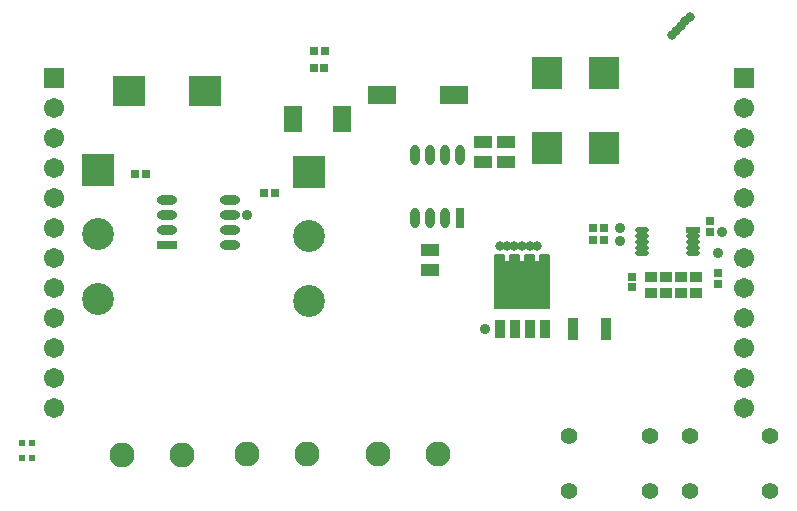
<source format=gbs>
G04*
G04 #@! TF.GenerationSoftware,Altium Limited,Altium Designer,22.4.2 (48)*
G04*
G04 Layer_Color=16711935*
%FSLAX25Y25*%
%MOIN*%
G70*
G04*
G04 #@! TF.SameCoordinates,3CF9D964-3833-4CBE-B755-AF4B9B4EF88F*
G04*
G04*
G04 #@! TF.FilePolarity,Negative*
G04*
G01*
G75*
%ADD22C,0.10642*%
%ADD23R,0.10642X0.10642*%
%ADD24C,0.05524*%
%ADD25C,0.08280*%
%ADD26C,0.06706*%
%ADD27R,0.06706X0.06706*%
%ADD28C,0.03162*%
%ADD59R,0.03162X0.06784*%
%ADD60O,0.03162X0.06784*%
%ADD61C,0.03556*%
%ADD62R,0.09800X0.06300*%
%ADD63R,0.03800X0.07300*%
%ADD64R,0.04540X0.02000*%
%ADD65O,0.04540X0.02000*%
%ADD66O,0.06784X0.03162*%
%ADD67R,0.06784X0.03162*%
%ADD68R,0.10249X0.11036*%
%ADD69R,0.11036X0.10249*%
%ADD70R,0.03600X0.06200*%
%ADD71R,0.06312X0.09068*%
%ADD72R,0.02965X0.02572*%
%ADD73R,0.04343X0.03556*%
%ADD74R,0.02572X0.02965*%
%ADD75R,0.05918X0.04147*%
%ADD76R,0.01968X0.02362*%
G36*
X182741Y85997D02*
X182793Y85987D01*
X182842Y85970D01*
X182889Y85947D01*
X182933Y85918D01*
X182972Y85883D01*
X183007Y85844D01*
X183036Y85800D01*
X183059Y85753D01*
X183076Y85704D01*
X183086Y85652D01*
X183090Y85600D01*
Y68100D01*
X183086Y68048D01*
X183076Y67996D01*
X183059Y67947D01*
X183036Y67900D01*
X183007Y67856D01*
X182972Y67817D01*
X182933Y67782D01*
X182889Y67753D01*
X182842Y67730D01*
X182793Y67713D01*
X182741Y67703D01*
X182689Y67699D01*
X164889D01*
X164837Y67703D01*
X164785Y67713D01*
X164736Y67730D01*
X164689Y67753D01*
X164645Y67782D01*
X164605Y67817D01*
X164571Y67856D01*
X164542Y67900D01*
X164519Y67947D01*
X164502Y67996D01*
X164492Y68048D01*
X164488Y68100D01*
Y85600D01*
X164492Y85652D01*
X164502Y85704D01*
X164519Y85753D01*
X164542Y85800D01*
X164571Y85844D01*
X164605Y85883D01*
X164645Y85918D01*
X164689Y85947D01*
X164736Y85970D01*
X164785Y85987D01*
X164837Y85997D01*
X164889Y86001D01*
X167689D01*
X167741Y85997D01*
X167793Y85987D01*
X167842Y85970D01*
X167889Y85947D01*
X167933Y85918D01*
X167972Y85883D01*
X168007Y85844D01*
X168036Y85800D01*
X168059Y85753D01*
X168076Y85704D01*
X168086Y85652D01*
X168090Y85600D01*
Y83701D01*
X169488D01*
Y85600D01*
X169492Y85652D01*
X169502Y85704D01*
X169519Y85753D01*
X169542Y85800D01*
X169571Y85844D01*
X169606Y85883D01*
X169645Y85918D01*
X169689Y85947D01*
X169736Y85970D01*
X169785Y85987D01*
X169837Y85997D01*
X169889Y86001D01*
X172689D01*
X172741Y85997D01*
X172793Y85987D01*
X172842Y85970D01*
X172889Y85947D01*
X172933Y85918D01*
X172972Y85883D01*
X173007Y85844D01*
X173036Y85800D01*
X173059Y85753D01*
X173076Y85704D01*
X173086Y85652D01*
X173090Y85600D01*
Y83701D01*
X174488D01*
Y85600D01*
X174492Y85652D01*
X174502Y85704D01*
X174519Y85753D01*
X174542Y85800D01*
X174571Y85844D01*
X174606Y85883D01*
X174645Y85918D01*
X174689Y85947D01*
X174736Y85970D01*
X174785Y85987D01*
X174837Y85997D01*
X174889Y86001D01*
X177689D01*
X177741Y85997D01*
X177793Y85987D01*
X177842Y85970D01*
X177889Y85947D01*
X177933Y85918D01*
X177972Y85883D01*
X178007Y85844D01*
X178036Y85800D01*
X178059Y85753D01*
X178076Y85704D01*
X178086Y85652D01*
X178090Y85600D01*
Y83701D01*
X179488D01*
Y85600D01*
X179492Y85652D01*
X179502Y85704D01*
X179519Y85753D01*
X179542Y85800D01*
X179571Y85844D01*
X179605Y85883D01*
X179645Y85918D01*
X179689Y85947D01*
X179736Y85970D01*
X179785Y85987D01*
X179837Y85997D01*
X179889Y86001D01*
X182689D01*
X182741Y85997D01*
D02*
G37*
D22*
X32402Y92638D02*
D03*
Y71138D02*
D03*
X102913Y91929D02*
D03*
Y70429D02*
D03*
D23*
X32402Y114138D02*
D03*
X102913Y113429D02*
D03*
D24*
X216275Y7245D02*
D03*
Y25355D02*
D03*
X189503D02*
D03*
Y7245D02*
D03*
X256475Y7245D02*
D03*
Y25355D02*
D03*
X229703D02*
D03*
Y7245D02*
D03*
D25*
X145889Y19300D02*
D03*
X125889D02*
D03*
X60489Y19000D02*
D03*
X40489D02*
D03*
X102089Y19300D02*
D03*
X82089D02*
D03*
D26*
X247798Y34647D02*
D03*
Y44647D02*
D03*
Y54647D02*
D03*
Y64647D02*
D03*
Y74647D02*
D03*
Y84647D02*
D03*
Y94647D02*
D03*
Y104647D02*
D03*
Y114647D02*
D03*
Y124647D02*
D03*
Y134647D02*
D03*
X17798Y34647D02*
D03*
Y44647D02*
D03*
Y54647D02*
D03*
Y64647D02*
D03*
Y74647D02*
D03*
Y84647D02*
D03*
Y94647D02*
D03*
Y104647D02*
D03*
Y114647D02*
D03*
Y124647D02*
D03*
Y134647D02*
D03*
D27*
X247798Y144647D02*
D03*
X17798D02*
D03*
D28*
X176289Y88675D02*
D03*
X173789D02*
D03*
X171189D02*
D03*
X168789D02*
D03*
X229803Y165157D02*
D03*
X228268Y163622D02*
D03*
X226732Y162087D02*
D03*
X225197Y160551D02*
D03*
X223701Y158976D02*
D03*
X178789Y88675D02*
D03*
X166289D02*
D03*
D59*
X153189Y97940D02*
D03*
D60*
X148189D02*
D03*
X143189D02*
D03*
X138189D02*
D03*
X153189Y118940D02*
D03*
X148189D02*
D03*
X143189D02*
D03*
X138189D02*
D03*
D61*
X239189Y86532D02*
D03*
X206496Y90500D02*
D03*
X206535Y94809D02*
D03*
X161457Y61024D02*
D03*
X240389Y93500D02*
D03*
X82189Y99100D02*
D03*
D62*
X151089Y139200D02*
D03*
X127089D02*
D03*
D63*
X201689Y61100D02*
D03*
X190689D02*
D03*
D64*
X230705Y94146D02*
D03*
D65*
Y92178D02*
D03*
Y90209D02*
D03*
Y88241D02*
D03*
Y86272D02*
D03*
X213658Y94146D02*
D03*
Y92178D02*
D03*
Y90209D02*
D03*
Y88241D02*
D03*
Y86272D02*
D03*
D66*
X76289Y104100D02*
D03*
Y99100D02*
D03*
Y94100D02*
D03*
Y89100D02*
D03*
X55289Y104100D02*
D03*
Y99100D02*
D03*
Y94100D02*
D03*
D67*
Y89100D02*
D03*
D68*
X201089Y121294D02*
D03*
Y146491D02*
D03*
X182017D02*
D03*
Y121294D02*
D03*
D69*
X68095Y140528D02*
D03*
X42898D02*
D03*
D70*
X181289Y82900D02*
D03*
X176289D02*
D03*
X171289D02*
D03*
X166289D02*
D03*
Y61100D02*
D03*
X171289D02*
D03*
X176289D02*
D03*
X181289D02*
D03*
D71*
X97321Y131100D02*
D03*
X113857D02*
D03*
D72*
X239189Y76128D02*
D03*
Y79672D02*
D03*
X236589Y93528D02*
D03*
Y97072D02*
D03*
X210458Y75038D02*
D03*
Y78581D02*
D03*
D73*
X221689Y73053D02*
D03*
Y78565D02*
D03*
X226689Y73053D02*
D03*
Y78565D02*
D03*
X231789Y73053D02*
D03*
Y78565D02*
D03*
X216858D02*
D03*
Y73053D02*
D03*
D74*
X44829Y112800D02*
D03*
X48373D02*
D03*
X91427Y106400D02*
D03*
X87883D02*
D03*
X197533Y90685D02*
D03*
X201076D02*
D03*
X197602Y94894D02*
D03*
X201145D02*
D03*
X107861Y148100D02*
D03*
X104317D02*
D03*
X108132Y153700D02*
D03*
X104589D02*
D03*
D75*
X168389Y123547D02*
D03*
Y116853D02*
D03*
X160889Y123547D02*
D03*
Y116853D02*
D03*
X143183Y87500D02*
D03*
Y80807D02*
D03*
D76*
X7089Y18041D02*
D03*
Y23159D02*
D03*
X10389D02*
D03*
Y18041D02*
D03*
M02*

</source>
